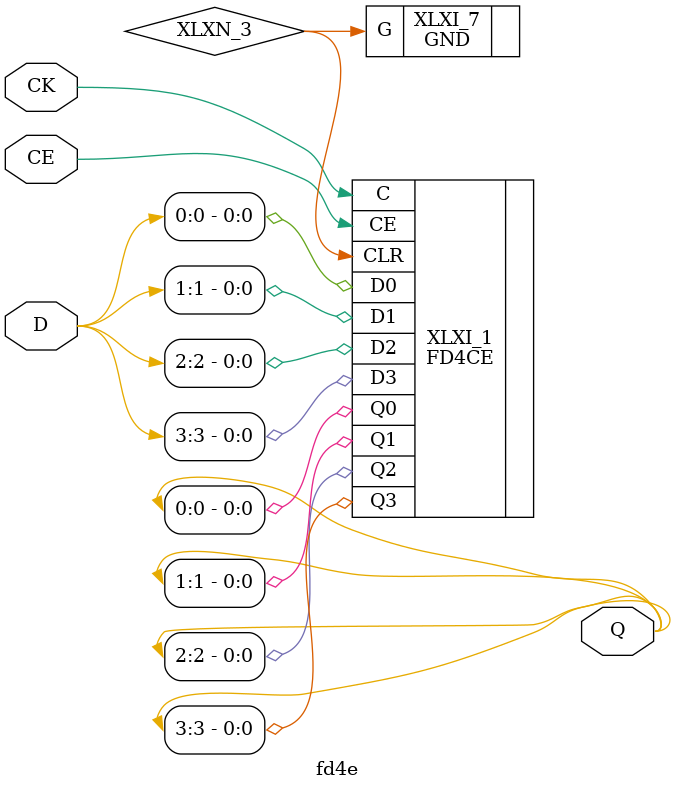
<source format=v>
module fd4e(CE, 
                                CK, 
                                D, 
                                Q);

    input CE;
    input CK;
    input [3:0] D;
   output [3:0] Q;
   
   wire XLXN_3;
   
   (* HU_SET = "XLXI_1_8" *) 
   FD4CE  XLXI_1 (.C(CK), 
                                       .CE(CE), 
                                       .CLR(XLXN_3), 
                                       .D0(D[0]), 
                                       .D1(D[1]), 
                                       .D2(D[2]), 
                                       .D3(D[3]), 
                                       .Q0(Q[0]), 
                                       .Q1(Q[1]), 
                                       .Q2(Q[2]), 
                                       .Q3(Q[3]));
   GND  XLXI_7 (.G(XLXN_3));
endmodule
</source>
